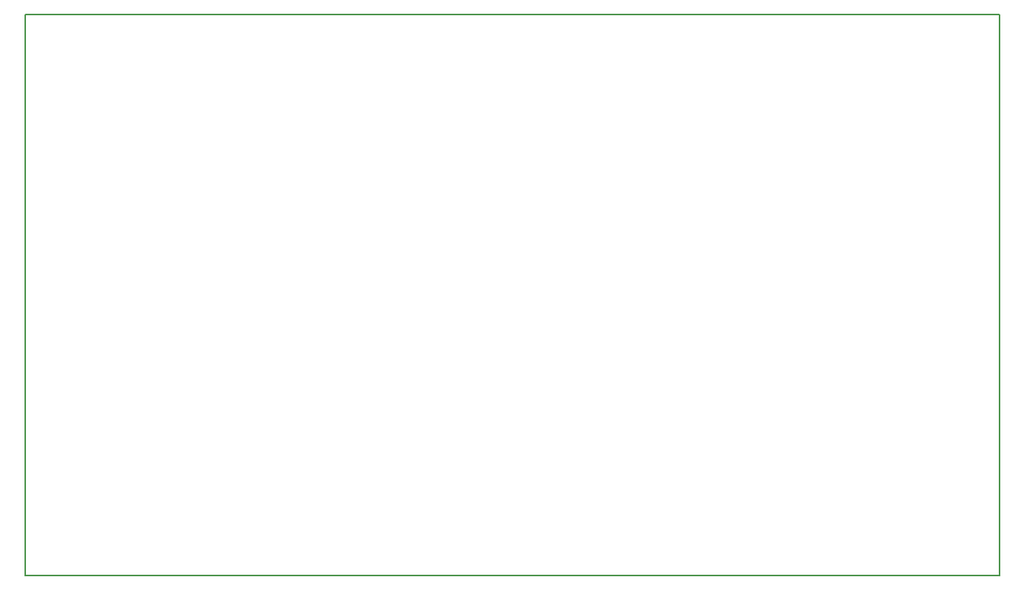
<source format=gbr>
G04 #@! TF.GenerationSoftware,KiCad,Pcbnew,5.1.9-73d0e3b20d~88~ubuntu20.04.1*
G04 #@! TF.CreationDate,2022-04-18T22:37:33-07:00*
G04 #@! TF.ProjectId,Photo_Resistor_Sensing2,50686f74-6f5f-4526-9573-6973746f725f,rev?*
G04 #@! TF.SameCoordinates,Original*
G04 #@! TF.FileFunction,Profile,NP*
%FSLAX46Y46*%
G04 Gerber Fmt 4.6, Leading zero omitted, Abs format (unit mm)*
G04 Created by KiCad (PCBNEW 5.1.9-73d0e3b20d~88~ubuntu20.04.1) date 2022-04-18 22:37:33*
%MOMM*%
%LPD*%
G01*
G04 APERTURE LIST*
G04 #@! TA.AperFunction,Profile*
%ADD10C,0.150000*%
G04 #@! TD*
G04 APERTURE END LIST*
D10*
X121920000Y-55880000D02*
X121920000Y-118110000D01*
X229870000Y-55880000D02*
X121920000Y-55880000D01*
X229870000Y-118110000D02*
X229870000Y-55880000D01*
X121920000Y-118110000D02*
X229870000Y-118110000D01*
M02*

</source>
